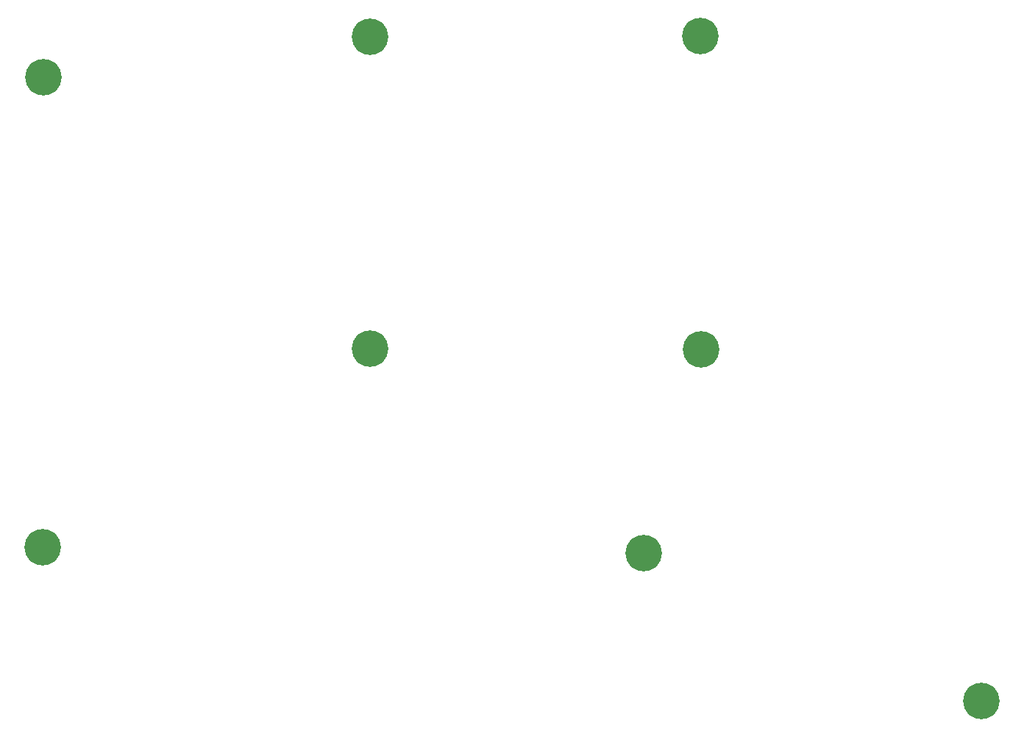
<source format=gbs>
G04 #@! TF.GenerationSoftware,KiCad,Pcbnew,(5.1.9-0-10_14)*
G04 #@! TF.CreationDate,2021-11-03T21:23:05+01:00*
G04 #@! TF.ProjectId,taira-top-plate,74616972-612d-4746-9f70-2d706c617465,1.0*
G04 #@! TF.SameCoordinates,Original*
G04 #@! TF.FileFunction,Soldermask,Bot*
G04 #@! TF.FilePolarity,Negative*
%FSLAX46Y46*%
G04 Gerber Fmt 4.6, Leading zero omitted, Abs format (unit mm)*
G04 Created by KiCad (PCBNEW (5.1.9-0-10_14)) date 2021-11-03 21:23:05*
%MOMM*%
%LPD*%
G01*
G04 APERTURE LIST*
%ADD10C,4.200000*%
G04 APERTURE END LIST*
D10*
X204723000Y-134762000D03*
X165870000Y-117730000D03*
X172463000Y-94248000D03*
X134379000Y-94204000D03*
X96694000Y-116997000D03*
X172365000Y-58174000D03*
X134342000Y-58240000D03*
X96755000Y-62896000D03*
M02*

</source>
